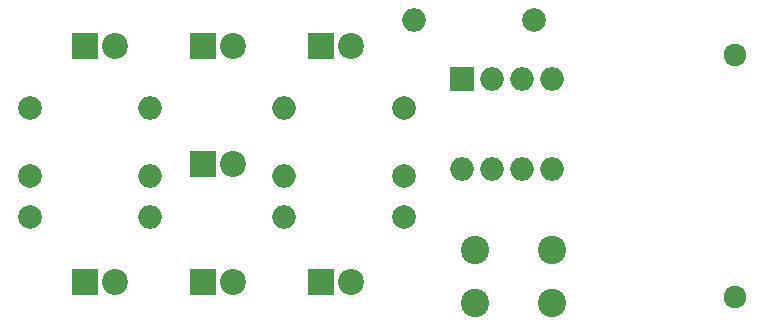
<source format=gbr>
G04 #@! TF.FileFunction,Soldermask,Bot*
%FSLAX46Y46*%
G04 Gerber Fmt 4.6, Leading zero omitted, Abs format (unit mm)*
G04 Created by KiCad (PCBNEW 4.0.7) date Thu Mar 29 16:49:58 2018*
%MOMM*%
%LPD*%
G01*
G04 APERTURE LIST*
%ADD10C,0.100000*%
%ADD11R,2.200000X2.200000*%
%ADD12C,2.200000*%
%ADD13C,2.400000*%
%ADD14R,2.000000X2.000000*%
%ADD15O,2.000000X2.000000*%
%ADD16C,1.924000*%
%ADD17C,2.000000*%
G04 APERTURE END LIST*
D10*
D11*
X138000000Y-73250000D03*
D12*
X140540000Y-73250000D03*
D11*
X148000000Y-63250000D03*
D12*
X150540000Y-63250000D03*
D11*
X128000000Y-83250000D03*
D12*
X130540000Y-83250000D03*
D11*
X128000000Y-63250000D03*
D12*
X130540000Y-63250000D03*
D11*
X148000000Y-83250000D03*
D12*
X150540000Y-83250000D03*
D11*
X137960000Y-63250000D03*
D12*
X140500000Y-63250000D03*
D11*
X138000000Y-83250000D03*
D12*
X140540000Y-83250000D03*
D13*
X161000000Y-80500000D03*
X161000000Y-85000000D03*
X167500000Y-80500000D03*
X167500000Y-85000000D03*
D14*
X159920000Y-66000000D03*
D15*
X167540000Y-73620000D03*
X162460000Y-66000000D03*
X165000000Y-73620000D03*
X165000000Y-66000000D03*
X162460000Y-73620000D03*
X167540000Y-66000000D03*
X159920000Y-73620000D03*
D16*
X183000000Y-84500000D03*
X183000000Y-64000000D03*
D17*
X155000000Y-74250000D03*
D15*
X144840000Y-74250000D03*
D17*
X155000000Y-68500000D03*
D15*
X144840000Y-68500000D03*
D17*
X123340000Y-74250000D03*
D15*
X133500000Y-74250000D03*
D17*
X123340000Y-68500000D03*
D15*
X133500000Y-68500000D03*
D17*
X155000000Y-77750000D03*
D15*
X144840000Y-77750000D03*
D17*
X166000000Y-61000000D03*
D15*
X155840000Y-61000000D03*
D17*
X123340000Y-77750000D03*
D15*
X133500000Y-77750000D03*
M02*

</source>
